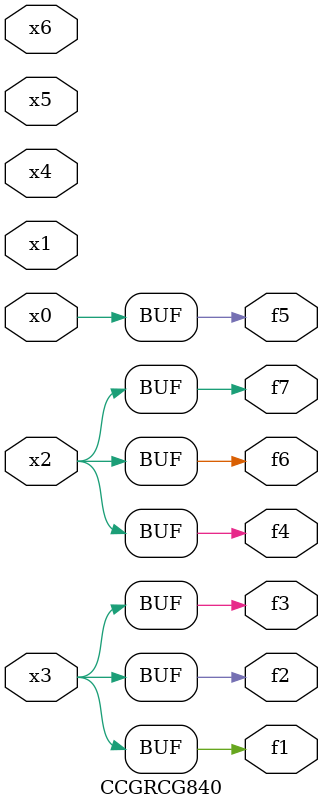
<source format=v>
module CCGRCG840(
	input x0, x1, x2, x3, x4, x5, x6,
	output f1, f2, f3, f4, f5, f6, f7
);
	assign f1 = x3;
	assign f2 = x3;
	assign f3 = x3;
	assign f4 = x2;
	assign f5 = x0;
	assign f6 = x2;
	assign f7 = x2;
endmodule

</source>
